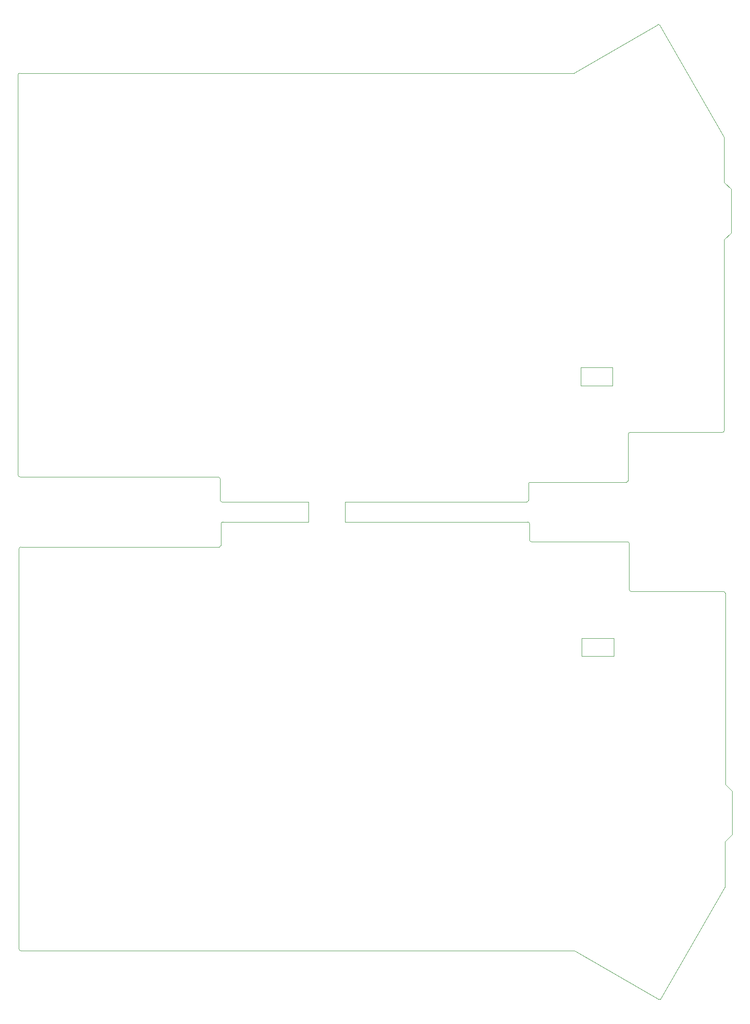
<source format=gbr>
G04 #@! TF.GenerationSoftware,KiCad,Pcbnew,(5.1.0-0)*
G04 #@! TF.CreationDate,2020-05-09T20:23:00+09:00*
G04 #@! TF.ProjectId,potto50-bottom-plate,706f7474-6f35-4302-9d62-6f74746f6d2d,rev?*
G04 #@! TF.SameCoordinates,Original*
G04 #@! TF.FileFunction,Profile,NP*
%FSLAX46Y46*%
G04 Gerber Fmt 4.6, Leading zero omitted, Abs format (unit mm)*
G04 Created by KiCad (PCBNEW (5.1.0-0)) date 2020-05-09 20:23:00*
%MOMM*%
%LPD*%
G04 APERTURE LIST*
%ADD10C,0.050000*%
G04 APERTURE END LIST*
D10*
X178384200Y-128384300D02*
X172313600Y-128384300D01*
X172313600Y-124993400D02*
X172313600Y-128384300D01*
X178384200Y-124993400D02*
X172313600Y-124993400D01*
X178384200Y-128384300D02*
X178384200Y-124993400D01*
X172173900Y-73736200D02*
X172199300Y-73748900D01*
X172173900Y-77216000D02*
X172173900Y-73736200D01*
X178206400Y-77216000D02*
X172173900Y-77216000D01*
X178206400Y-73748900D02*
X178206400Y-77216000D01*
X172199300Y-73748900D02*
X178206400Y-73748900D01*
X161887300Y-99192700D02*
G75*
G03X162242900Y-98837100I0J355600D01*
G01*
X162598500Y-95446200D02*
G75*
G03X162242900Y-95801800I0J-355600D01*
G01*
X180797600Y-95446200D02*
G75*
G03X181153200Y-95090600I0J355600D01*
G01*
X181508800Y-86022800D02*
G75*
G03X181153200Y-86378400I0J-355600D01*
G01*
X199009400Y-86022800D02*
G75*
G03X199365000Y-85667200I0J355600D01*
G01*
X65773700Y-17963500D02*
G75*
G03X65418100Y-18319100I0J-355600D01*
G01*
X65418100Y-94087300D02*
G75*
G03X65773700Y-94442900I355600J0D01*
G01*
X103746700Y-94798500D02*
G75*
G03X103391100Y-94442900I-355600J0D01*
G01*
X103746700Y-98837100D02*
G75*
G03X104102300Y-99192700I355600J0D01*
G01*
X187045998Y-8781400D02*
G75*
G03X186792000Y-8730600I-152399J-101599D01*
G01*
X186792000Y-8730600D02*
X170764600Y-17963500D01*
X199326900Y-30117400D02*
X187045998Y-8781400D01*
X199326900Y-38626400D02*
X199326900Y-30117400D01*
X200647700Y-39947200D02*
X199326900Y-38626400D01*
X199365000Y-85667200D02*
X199365000Y-49472200D01*
X181508800Y-86022800D02*
X199009400Y-86022800D01*
X181153200Y-95090600D02*
X181153200Y-86378400D01*
X200647700Y-48189500D02*
X200647700Y-39947200D01*
X199365000Y-49472200D02*
X200647700Y-48189500D01*
X65418100Y-18319100D02*
X65418100Y-94087300D01*
X170764600Y-17963500D02*
X65773700Y-17963500D01*
X162598500Y-95446200D02*
X180797600Y-95446200D01*
X162242900Y-98837100D02*
X162242900Y-95801800D01*
X103746700Y-94798500D02*
X103746700Y-98837100D01*
X65773700Y-94442900D02*
X103391100Y-94442900D01*
X65602600Y-183849500D02*
X65602600Y-108081300D01*
X199549500Y-152696400D02*
X200832200Y-153979100D01*
X200832200Y-153979100D02*
X200832200Y-162221400D01*
X199193900Y-116145800D02*
G75*
G02X199549500Y-116501400I0J-355600D01*
G01*
X181693300Y-116145800D02*
G75*
G02X181337700Y-115790200I0J355600D01*
G01*
X180982100Y-106722400D02*
G75*
G02X181337700Y-107078000I0J-355600D01*
G01*
X162783000Y-106722400D02*
G75*
G02X162427400Y-106366800I0J355600D01*
G01*
X162071800Y-102975900D02*
G75*
G02X162427400Y-103331500I0J-355600D01*
G01*
X103931200Y-103331500D02*
G75*
G02X104286800Y-102975900I355600J0D01*
G01*
X103931200Y-107370100D02*
G75*
G02X103575600Y-107725700I-355600J0D01*
G01*
X65602600Y-108081300D02*
G75*
G02X65958200Y-107725700I355600J0D01*
G01*
X65958200Y-184205100D02*
G75*
G02X65602600Y-183849500I0J355600D01*
G01*
X187230498Y-193387200D02*
G75*
G02X186976500Y-193438000I-152399J101599D01*
G01*
X127474300Y-99196800D02*
X161887300Y-99192700D01*
X120549300Y-102975900D02*
X120549300Y-99196800D01*
X120549300Y-99196800D02*
X104102300Y-99192700D01*
X162071800Y-102975900D02*
X127474300Y-102975900D01*
X127474300Y-102975900D02*
X127474300Y-99196800D01*
X65958200Y-107725700D02*
X103575600Y-107725700D01*
X103931200Y-107370100D02*
X103931200Y-103331500D01*
X162427400Y-103331500D02*
X162427400Y-106366800D01*
X162783000Y-106722400D02*
X180982100Y-106722400D01*
X181337700Y-107078000D02*
X181337700Y-115790200D01*
X181693300Y-116145800D02*
X199193900Y-116145800D01*
X199549500Y-116501400D02*
X199549500Y-152696400D01*
X200832200Y-162221400D02*
X199511400Y-163542200D01*
X199511400Y-163542200D02*
X199511400Y-172051200D01*
X199511400Y-172051200D02*
X187230498Y-193387200D01*
X186976500Y-193438000D02*
X170949100Y-184205100D01*
X170949100Y-184205100D02*
X65958200Y-184205100D01*
X104286800Y-102975900D02*
X120549300Y-102975900D01*
M02*

</source>
